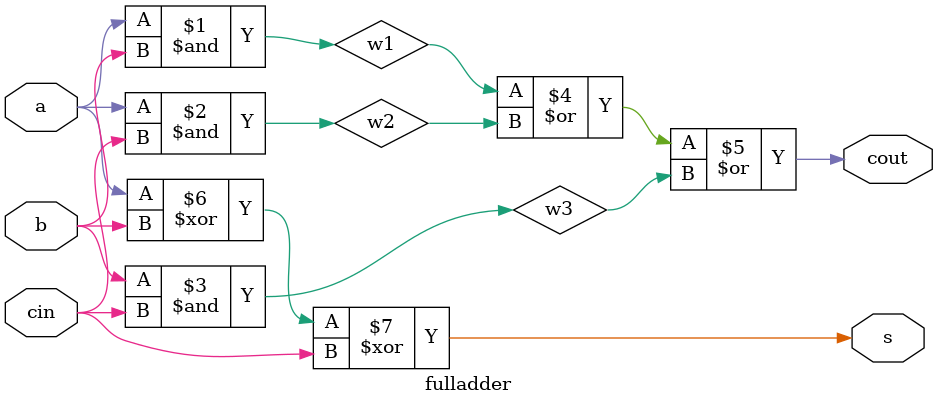
<source format=v>
module fulladder (
	 input a,
	 input b,
	 input cin,
	 output s,
	 output cout );
	 
         // wires (from ands to or)
	 wire w1, w2, w3;
	 
         // carry-out circuitry
	 and( w1, a, b );
	 and( w2, a, cin );
	 and( w3, b, cin );
	 or( cout, w1, w2, w3 );
	 
         // sum
	 xor( s, a, b, cin );

endmodule
</source>
